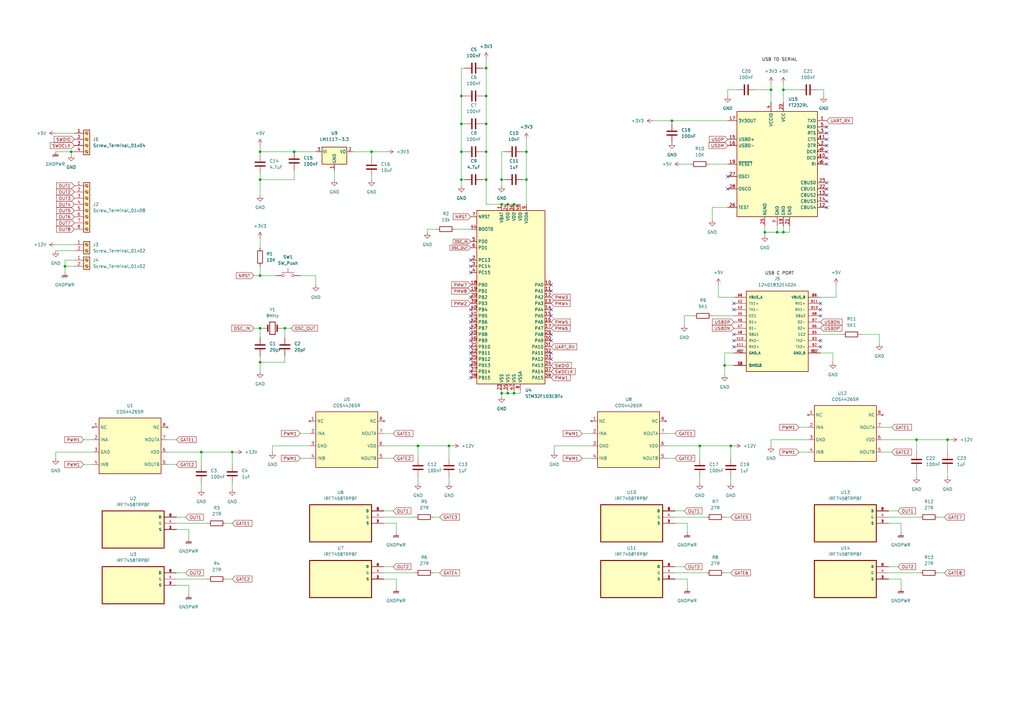
<source format=kicad_sch>
(kicad_sch (version 20211123) (generator eeschema)
  (paper "A3")
  (junction (at 106.68 148.59))
  (junction (at 215.9 73.66))
  (junction (at 189.23 50.8))
  (junction (at 106.68 113.03))
  (junction (at 106.68 73.66))
  (junction (at 106.68 134.62))
  (junction (at 321.31 36.83))
  (junction (at 189.23 62.23))
  (junction (at 106.68 62.23))
  (junction (at 189.23 39.37))
  (junction (at 82.55 185.42))
  (junction (at 316.23 36.83))
  (junction (at 171.45 182.88))
  (junction (at 208.28 161.29))
  (junction (at 275.59 49.53))
  (junction (at 189.23 73.66))
  (junction (at 210.82 83.82))
  (junction (at 299.72 182.88))
  (junction (at 388.62 180.34))
  (junction (at 152.4 62.23))
  (junction (at 199.39 39.37))
  (junction (at 199.39 73.66))
  (junction (at 199.39 50.8))
  (junction (at 313.69 95.25))
  (junction (at 26.67 109.22))
  (junction (at 120.65 62.23))
  (junction (at 95.25 185.42))
  (junction (at 215.9 62.23))
  (junction (at 205.74 73.66))
  (junction (at 297.18 149.86))
  (junction (at 184.15 182.88))
  (junction (at 199.39 27.94))
  (junction (at 318.77 95.25))
  (junction (at 210.82 161.29))
  (junction (at 29.21 62.23))
  (junction (at 199.39 62.23))
  (junction (at 116.84 134.62))
  (junction (at 208.28 83.82))
  (junction (at 205.74 161.29))
  (junction (at 205.74 83.82))
  (junction (at 375.92 180.34))
  (junction (at 321.31 95.25))
  (junction (at 287.02 182.88))
  (no_connect (at 193.04 129.54))
  (no_connect (at 339.09 62.23))
  (no_connect (at 193.04 139.7))
  (no_connect (at 336.55 124.46))
  (no_connect (at 193.04 154.94))
  (no_connect (at 193.04 152.4))
  (no_connect (at 339.09 64.77))
  (no_connect (at 339.09 67.31))
  (no_connect (at 226.06 139.7))
  (no_connect (at 339.09 52.07))
  (no_connect (at 226.06 137.16))
  (no_connect (at 226.06 116.84))
  (no_connect (at 193.04 134.62))
  (no_connect (at 300.99 124.46))
  (no_connect (at 298.45 77.47))
  (no_connect (at 300.99 127))
  (no_connect (at 339.09 80.01))
  (no_connect (at 336.55 127))
  (no_connect (at 226.06 147.32))
  (no_connect (at 339.09 54.61))
  (no_connect (at 193.04 111.76))
  (no_connect (at 193.04 137.16))
  (no_connect (at 300.99 139.7))
  (no_connect (at 298.45 72.39))
  (no_connect (at 226.06 119.38))
  (no_connect (at 339.09 59.69))
  (no_connect (at 193.04 127))
  (no_connect (at 336.55 142.24))
  (no_connect (at 193.04 132.08))
  (no_connect (at 193.04 109.22))
  (no_connect (at 193.04 106.68))
  (no_connect (at 339.09 57.15))
  (no_connect (at 339.09 74.93))
  (no_connect (at 339.09 85.09))
  (no_connect (at 193.04 142.24))
  (no_connect (at 339.09 82.55))
  (no_connect (at 193.04 149.86))
  (no_connect (at 300.99 142.24))
  (no_connect (at 193.04 147.32))
  (no_connect (at 193.04 144.78))
  (no_connect (at 226.06 127))
  (no_connect (at 336.55 129.54))
  (no_connect (at 339.09 77.47))
  (no_connect (at 336.55 139.7))
  (no_connect (at 226.06 129.54))
  (no_connect (at 300.99 137.16))
  (no_connect (at 193.04 121.92))
  (no_connect (at 226.06 144.78))
  (wire (pts (xy 297.18 149.86) (xy 297.18 153.67)))
  (wire (pts (xy 242.57 182.88) (xy 227.33 182.88)))
  (wire (pts (xy 205.74 73.66) (xy 207.01 73.66)))
  (wire (pts (xy 157.48 177.8) (xy 161.29 177.8)))
  (wire (pts (xy 106.68 71.12) (xy 106.68 73.66)))
  (wire (pts (xy 26.67 109.22) (xy 26.67 111.76)))
  (wire (pts (xy 106.68 62.23) (xy 106.68 63.5)))
  (wire (pts (xy 157.48 214.63) (xy 162.56 214.63)))
  (wire (pts (xy 313.69 92.71) (xy 313.69 95.25)))
  (wire (pts (xy 318.77 95.25) (xy 321.31 95.25)))
  (wire (pts (xy 157.48 237.49) (xy 162.56 237.49)))
  (wire (pts (xy 157.48 187.96) (xy 161.29 187.96)))
  (wire (pts (xy 316.23 34.29) (xy 316.23 36.83)))
  (wire (pts (xy 30.48 109.22) (xy 26.67 109.22)))
  (wire (pts (xy 106.68 113.03) (xy 113.03 113.03)))
  (wire (pts (xy 68.58 190.5) (xy 72.39 190.5)))
  (wire (pts (xy 189.23 27.94) (xy 189.23 39.37)))
  (wire (pts (xy 205.74 62.23) (xy 207.01 62.23)))
  (wire (pts (xy 388.62 180.34) (xy 389.89 180.34)))
  (wire (pts (xy 189.23 39.37) (xy 189.23 50.8)))
  (wire (pts (xy 321.31 36.83) (xy 327.66 36.83)))
  (wire (pts (xy 82.55 185.42) (xy 82.55 190.5)))
  (wire (pts (xy 215.9 57.15) (xy 215.9 62.23)))
  (wire (pts (xy 287.02 182.88) (xy 287.02 187.96)))
  (wire (pts (xy 189.23 62.23) (xy 190.5 62.23)))
  (wire (pts (xy 215.9 73.66) (xy 215.9 83.82)))
  (wire (pts (xy 298.45 85.09) (xy 292.1 85.09)))
  (wire (pts (xy 292.1 85.09) (xy 292.1 90.17)))
  (wire (pts (xy 175.26 93.98) (xy 175.26 95.25)))
  (wire (pts (xy 276.86 212.09) (xy 289.56 212.09)))
  (wire (pts (xy 171.45 195.58) (xy 171.45 198.12)))
  (wire (pts (xy 106.68 134.62) (xy 106.68 138.43)))
  (wire (pts (xy 198.12 62.23) (xy 199.39 62.23)))
  (wire (pts (xy 361.95 180.34) (xy 375.92 180.34)))
  (wire (pts (xy 111.76 182.88) (xy 127 182.88)))
  (wire (pts (xy 364.49 234.95) (xy 377.19 234.95)))
  (wire (pts (xy 375.92 180.34) (xy 388.62 180.34)))
  (wire (pts (xy 321.31 92.71) (xy 321.31 95.25)))
  (wire (pts (xy 215.9 62.23) (xy 215.9 73.66)))
  (wire (pts (xy 327.66 185.42) (xy 331.47 185.42)))
  (wire (pts (xy 184.15 182.88) (xy 184.15 187.96)))
  (wire (pts (xy 364.49 237.49) (xy 369.57 237.49)))
  (wire (pts (xy 157.48 232.41) (xy 161.29 232.41)))
  (wire (pts (xy 360.68 137.16) (xy 360.68 140.97)))
  (wire (pts (xy 198.12 27.94) (xy 199.39 27.94)))
  (wire (pts (xy 34.29 190.5) (xy 38.1 190.5)))
  (wire (pts (xy 364.49 214.63) (xy 369.57 214.63)))
  (wire (pts (xy 331.47 180.34) (xy 316.23 180.34)))
  (wire (pts (xy 369.57 214.63) (xy 369.57 218.44)))
  (wire (pts (xy 104.14 134.62) (xy 106.68 134.62)))
  (wire (pts (xy 205.74 161.29) (xy 205.74 162.56)))
  (wire (pts (xy 162.56 237.49) (xy 162.56 241.3)))
  (wire (pts (xy 184.15 198.12) (xy 184.15 195.58)))
  (wire (pts (xy 106.68 73.66) (xy 120.65 73.66)))
  (wire (pts (xy 205.74 161.29) (xy 208.28 161.29)))
  (wire (pts (xy 116.84 148.59) (xy 116.84 146.05)))
  (wire (pts (xy 321.31 36.83) (xy 321.31 41.91)))
  (wire (pts (xy 300.99 121.92) (xy 294.64 121.92)))
  (wire (pts (xy 123.19 113.03) (xy 129.54 113.03)))
  (wire (pts (xy 106.68 146.05) (xy 106.68 148.59)))
  (wire (pts (xy 199.39 83.82) (xy 205.74 83.82)))
  (wire (pts (xy 171.45 182.88) (xy 171.45 187.96)))
  (wire (pts (xy 276.86 214.63) (xy 281.94 214.63)))
  (wire (pts (xy 152.4 62.23) (xy 158.75 62.23)))
  (wire (pts (xy 276.86 209.55) (xy 280.67 209.55)))
  (wire (pts (xy 297.18 234.95) (xy 299.72 234.95)))
  (wire (pts (xy 335.28 36.83) (xy 337.82 36.83)))
  (wire (pts (xy 227.33 182.88) (xy 227.33 185.42)))
  (wire (pts (xy 290.83 67.31) (xy 298.45 67.31)))
  (wire (pts (xy 68.58 185.42) (xy 82.55 185.42)))
  (wire (pts (xy 152.4 62.23) (xy 152.4 64.77)))
  (wire (pts (xy 238.76 177.8) (xy 242.57 177.8)))
  (wire (pts (xy 337.82 36.83) (xy 337.82 39.37)))
  (wire (pts (xy 198.12 39.37) (xy 199.39 39.37)))
  (wire (pts (xy 388.62 180.34) (xy 388.62 185.42)))
  (wire (pts (xy 276.86 237.49) (xy 281.94 237.49)))
  (wire (pts (xy 72.39 214.63) (xy 85.09 214.63)))
  (wire (pts (xy 327.66 175.26) (xy 331.47 175.26)))
  (wire (pts (xy 82.55 198.12) (xy 82.55 200.66)))
  (wire (pts (xy 364.49 232.41) (xy 368.3 232.41)))
  (wire (pts (xy 375.92 180.34) (xy 375.92 185.42)))
  (wire (pts (xy 353.06 137.16) (xy 360.68 137.16)))
  (wire (pts (xy 123.19 177.8) (xy 127 177.8)))
  (wire (pts (xy 369.57 237.49) (xy 369.57 241.3)))
  (wire (pts (xy 162.56 214.63) (xy 162.56 218.44)))
  (wire (pts (xy 72.39 212.09) (xy 76.2 212.09)))
  (wire (pts (xy 120.65 69.85) (xy 120.65 73.66)))
  (wire (pts (xy 189.23 50.8) (xy 189.23 62.23)))
  (wire (pts (xy 199.39 50.8) (xy 199.39 62.23)))
  (wire (pts (xy 208.28 160.02) (xy 208.28 161.29)))
  (wire (pts (xy 157.48 182.88) (xy 171.45 182.88)))
  (wire (pts (xy 214.63 62.23) (xy 215.9 62.23)))
  (wire (pts (xy 177.8 212.09) (xy 180.34 212.09)))
  (wire (pts (xy 199.39 27.94) (xy 199.39 39.37)))
  (wire (pts (xy 120.65 62.23) (xy 129.54 62.23)))
  (wire (pts (xy 157.48 234.95) (xy 170.18 234.95)))
  (wire (pts (xy 321.31 34.29) (xy 321.31 36.83)))
  (wire (pts (xy 361.95 185.42) (xy 365.76 185.42)))
  (wire (pts (xy 210.82 83.82) (xy 213.36 83.82)))
  (wire (pts (xy 26.67 106.68) (xy 30.48 106.68)))
  (wire (pts (xy 214.63 73.66) (xy 215.9 73.66)))
  (wire (pts (xy 199.39 39.37) (xy 199.39 50.8)))
  (wire (pts (xy 384.81 234.95) (xy 387.35 234.95)))
  (wire (pts (xy 26.67 106.68) (xy 26.67 109.22)))
  (wire (pts (xy 106.68 97.79) (xy 106.68 101.6)))
  (wire (pts (xy 213.36 161.29) (xy 213.36 160.02)))
  (wire (pts (xy 302.26 36.83) (xy 298.45 36.83)))
  (wire (pts (xy 316.23 180.34) (xy 316.23 182.88)))
  (wire (pts (xy 281.94 237.49) (xy 281.94 241.3)))
  (wire (pts (xy 22.86 185.42) (xy 22.86 187.96)))
  (wire (pts (xy 364.49 209.55) (xy 368.3 209.55)))
  (wire (pts (xy 388.62 195.58) (xy 388.62 193.04)))
  (wire (pts (xy 189.23 62.23) (xy 189.23 73.66)))
  (wire (pts (xy 95.25 200.66) (xy 95.25 198.12)))
  (wire (pts (xy 210.82 161.29) (xy 213.36 161.29)))
  (wire (pts (xy 297.18 212.09) (xy 299.72 212.09)))
  (wire (pts (xy 129.54 113.03) (xy 129.54 116.84)))
  (wire (pts (xy 68.58 180.34) (xy 72.39 180.34)))
  (wire (pts (xy 171.45 182.88) (xy 184.15 182.88)))
  (wire (pts (xy 341.63 144.78) (xy 341.63 148.59)))
  (wire (pts (xy 82.55 185.42) (xy 95.25 185.42)))
  (wire (pts (xy 313.69 95.25) (xy 318.77 95.25)))
  (wire (pts (xy 106.68 109.22) (xy 106.68 113.03)))
  (wire (pts (xy 157.48 212.09) (xy 170.18 212.09)))
  (wire (pts (xy 342.9 116.84) (xy 342.9 121.92)))
  (wire (pts (xy 298.45 36.83) (xy 298.45 39.37)))
  (wire (pts (xy 106.68 134.62) (xy 107.95 134.62)))
  (wire (pts (xy 116.84 134.62) (xy 116.84 138.43)))
  (wire (pts (xy 189.23 50.8) (xy 190.5 50.8)))
  (wire (pts (xy 95.25 185.42) (xy 95.25 190.5)))
  (wire (pts (xy 92.71 214.63) (xy 95.25 214.63)))
  (wire (pts (xy 189.23 27.94) (xy 190.5 27.94)))
  (wire (pts (xy 275.59 49.53) (xy 275.59 50.8)))
  (wire (pts (xy 297.18 149.86) (xy 300.99 149.86)))
  (wire (pts (xy 72.39 237.49) (xy 85.09 237.49)))
  (wire (pts (xy 205.74 62.23) (xy 205.74 73.66)))
  (wire (pts (xy 267.97 49.53) (xy 275.59 49.53)))
  (wire (pts (xy 300.99 144.78) (xy 297.18 144.78)))
  (wire (pts (xy 238.76 187.96) (xy 242.57 187.96)))
  (wire (pts (xy 309.88 36.83) (xy 316.23 36.83)))
  (wire (pts (xy 186.69 93.98) (xy 193.04 93.98)))
  (wire (pts (xy 77.47 217.17) (xy 77.47 220.98)))
  (wire (pts (xy 384.81 212.09) (xy 387.35 212.09)))
  (wire (pts (xy 273.05 182.88) (xy 287.02 182.88)))
  (wire (pts (xy 104.14 113.03) (xy 106.68 113.03)))
  (wire (pts (xy 72.39 234.95) (xy 76.2 234.95)))
  (wire (pts (xy 179.07 93.98) (xy 175.26 93.98)))
  (wire (pts (xy 106.68 73.66) (xy 106.68 80.01)))
  (wire (pts (xy 199.39 73.66) (xy 199.39 83.82)))
  (wire (pts (xy 144.78 62.23) (xy 152.4 62.23)))
  (wire (pts (xy 29.21 62.23) (xy 30.48 62.23)))
  (wire (pts (xy 95.25 185.42) (xy 96.52 185.42)))
  (wire (pts (xy 375.92 193.04) (xy 375.92 195.58)))
  (wire (pts (xy 115.57 134.62) (xy 116.84 134.62)))
  (wire (pts (xy 276.86 232.41) (xy 280.67 232.41)))
  (wire (pts (xy 157.48 209.55) (xy 161.29 209.55)))
  (wire (pts (xy 184.15 182.88) (xy 185.42 182.88)))
  (wire (pts (xy 72.39 240.03) (xy 77.47 240.03)))
  (wire (pts (xy 336.55 121.92) (xy 342.9 121.92)))
  (wire (pts (xy 273.05 177.8) (xy 276.86 177.8)))
  (wire (pts (xy 287.02 182.88) (xy 299.72 182.88)))
  (wire (pts (xy 189.23 73.66) (xy 190.5 73.66)))
  (wire (pts (xy 208.28 83.82) (xy 210.82 83.82)))
  (wire (pts (xy 199.39 24.13) (xy 199.39 27.94)))
  (wire (pts (xy 273.05 187.96) (xy 276.86 187.96)))
  (wire (pts (xy 318.77 92.71) (xy 318.77 95.25)))
  (wire (pts (xy 323.85 92.71) (xy 323.85 95.25)))
  (wire (pts (xy 106.68 62.23) (xy 120.65 62.23)))
  (wire (pts (xy 205.74 83.82) (xy 208.28 83.82)))
  (wire (pts (xy 361.95 175.26) (xy 365.76 175.26)))
  (wire (pts (xy 205.74 160.02) (xy 205.74 161.29)))
  (wire (pts (xy 292.1 129.54) (xy 300.99 129.54)))
  (wire (pts (xy 280.67 129.54) (xy 284.48 129.54)))
  (wire (pts (xy 275.59 49.53) (xy 298.45 49.53)))
  (wire (pts (xy 294.64 116.84) (xy 294.64 121.92)))
  (wire (pts (xy 116.84 134.62) (xy 119.38 134.62)))
  (wire (pts (xy 287.02 195.58) (xy 287.02 198.12)))
  (wire (pts (xy 22.86 102.87) (xy 30.48 102.87)))
  (wire (pts (xy 152.4 72.39) (xy 152.4 73.66)))
  (wire (pts (xy 106.68 59.69) (xy 106.68 62.23)))
  (wire (pts (xy 111.76 182.88) (xy 111.76 185.42)))
  (wire (pts (xy 38.1 185.42) (xy 22.86 185.42)))
  (wire (pts (xy 92.71 237.49) (xy 95.25 237.49)))
  (wire (pts (xy 137.16 69.85) (xy 137.16 73.66)))
  (wire (pts (xy 189.23 73.66) (xy 189.23 76.2)))
  (wire (pts (xy 22.86 62.23) (xy 29.21 62.23)))
  (wire (pts (xy 299.72 182.88) (xy 299.72 187.96)))
  (wire (pts (xy 189.23 39.37) (xy 190.5 39.37)))
  (wire (pts (xy 316.23 36.83) (xy 316.23 41.91)))
  (wire (pts (xy 22.86 54.61) (xy 30.48 54.61)))
  (wire (pts (xy 281.94 214.63) (xy 281.94 218.44)))
  (wire (pts (xy 205.74 73.66) (xy 205.74 76.2)))
  (wire (pts (xy 106.68 148.59) (xy 116.84 148.59)))
  (wire (pts (xy 123.19 187.96) (xy 127 187.96)))
  (wire (pts (xy 22.86 100.33) (xy 30.48 100.33)))
  (wire (pts (xy 364.49 212.09) (xy 377.19 212.09)))
  (wire (pts (xy 198.12 73.66) (xy 199.39 73.66)))
  (wire (pts (xy 299.72 198.12) (xy 299.72 195.58)))
  (wire (pts (xy 297.18 144.78) (xy 297.18 149.86)))
  (wire (pts (xy 72.39 217.17) (xy 77.47 217.17)))
  (wire (pts (xy 198.12 50.8) (xy 199.39 50.8)))
  (wire (pts (xy 299.72 182.88) (xy 300.99 182.88)))
  (wire (pts (xy 77.47 240.03) (xy 77.47 243.84)))
  (wire (pts (xy 34.29 180.34) (xy 38.1 180.34)))
  (wire (pts (xy 106.68 148.59) (xy 106.68 152.4)))
  (wire (pts (xy 208.28 161.29) (xy 210.82 161.29)))
  (wire (pts (xy 177.8 234.95) (xy 180.34 234.95)))
  (wire (pts (xy 276.86 234.95) (xy 289.56 234.95)))
  (wire (pts (xy 29.21 62.23) (xy 29.21 63.5)))
  (wire (pts (xy 279.4 67.31) (xy 283.21 67.31)))
  (wire (pts (xy 336.55 144.78) (xy 341.63 144.78)))
  (wire (pts (xy 313.69 95.25) (xy 313.69 96.52)))
  (wire (pts (xy 336.55 137.16) (xy 345.44 137.16)))
  (wire (pts (xy 280.67 129.54) (xy 280.67 133.35)))
  (wire (pts (xy 321.31 95.25) (xy 323.85 95.25)))
  (wire (pts (xy 199.39 62.23) (xy 199.39 73.66)))
  (wire (pts (xy 210.82 160.02) (xy 210.82 161.29)))
  (label "USB C PORT" (at 313.69 113.03 0))
  (label "USB TO SERIAL " (at 312.42 25.4 0))
  (global_label "PWM1" (shape input) (at 123.19 187.96 180) (property "Intersheet References" "${INTERSHEET_REFS}" (effects hide)))
  (global_label "GATE4" (shape input) (at 180.34 234.95 0) (property "Intersheet References" "${INTERSHEET_REFS}" (effects hide)))
  (global_label "GATE1" (shape input) (at 161.29 177.8 0) (property "Intersheet References" "${INTERSHEET_REFS}" (effects hide)))
  (global_label "OUT2" (shape input) (at 280.67 232.41 0) (property "Intersheet References" "${INTERSHEET_REFS}" (effects hide)))
  (global_label "PWM1" (shape input) (at 123.19 177.8 180) (property "Intersheet References" "${INTERSHEET_REFS}" (effects hide)))
  (global_label "PMW2" (shape input) (at 193.04 124.46 180) (property "Intersheet References" "${INTERSHEET_REFS}" (effects hide)))
  (global_label "OUT2" (shape input) (at 161.29 232.41 0) (property "Intersheet References" "${INTERSHEET_REFS}" (effects hide)))
  (global_label "OUT1" (shape input) (at 280.67 209.55 0) (property "Intersheet References" "${INTERSHEET_REFS}" (effects hide)))
  (global_label "PMW7" (shape input) (at 193.04 116.84 180) (property "Intersheet References" "${INTERSHEET_REFS}" (effects hide)))
  (global_label "USBDN" (shape input) (at 336.55 132.08 0) (property "Intersheet References" "${INTERSHEET_REFS}" (effects hide)))
  (global_label "GATE1" (shape input) (at 72.39 180.34 0) (property "Intersheet References" "${INTERSHEET_REFS}" (effects hide)))
  (global_label "GATE2" (shape input) (at 365.76 185.42 0) (property "Intersheet References" "${INTERSHEET_REFS}" (effects hide)))
  (global_label "PWM1" (shape input) (at 327.66 185.42 180) (property "Intersheet References" "${INTERSHEET_REFS}" (effects hide)))
  (global_label "GATE1" (shape input) (at 276.86 177.8 0) (property "Intersheet References" "${INTERSHEET_REFS}" (effects hide)))
  (global_label "PMW4" (shape input) (at 226.06 124.46 0) (property "Intersheet References" "${INTERSHEET_REFS}" (effects hide)))
  (global_label "GATE5" (shape input) (at 299.72 212.09 0) (property "Intersheet References" "${INTERSHEET_REFS}" (effects hide)))
  (global_label "USDP" (shape input) (at 298.45 57.15 180) (property "Intersheet References" "${INTERSHEET_REFS}" (effects hide)))
  (global_label "GATE2" (shape input) (at 72.39 190.5 0) (property "Intersheet References" "${INTERSHEET_REFS}" (effects hide)))
  (global_label "PWM1" (shape input) (at 238.76 177.8 180) (property "Intersheet References" "${INTERSHEET_REFS}" (effects hide)))
  (global_label "GATE8" (shape input) (at 387.35 234.95 0) (property "Intersheet References" "${INTERSHEET_REFS}" (effects hide)))
  (global_label "SWDCLK" (shape input) (at 226.06 152.4 0) (property "Intersheet References" "${INTERSHEET_REFS}" (effects hide)))
  (global_label "OSC_OUT" (shape input) (at 193.04 101.6 180) (effects (font (size 1 1))) (property "Intersheet References" "${INTERSHEET_REFS}" (effects hide)))
  (global_label "PMW5" (shape input) (at 226.06 132.08 0) (property "Intersheet References" "${INTERSHEET_REFS}" (effects hide)))
  (global_label "SWDCLK" (shape input) (at 30.48 59.69 180) (property "Intersheet References" "${INTERSHEET_REFS}" (effects hide)))
  (global_label "PMW1" (shape input) (at 226.06 154.94 0) (property "Intersheet References" "${INTERSHEET_REFS}" (effects hide)))
  (global_label "NRST" (shape input) (at 193.04 88.9 180) (property "Intersheet References" "${INTERSHEET_REFS}" (effects hide)))
  (global_label "USBDP" (shape input) (at 336.55 134.62 0) (property "Intersheet References" "${INTERSHEET_REFS}" (effects hide)))
  (global_label "PWM1" (shape input) (at 34.29 190.5 180) (property "Intersheet References" "${INTERSHEET_REFS}" (effects hide)))
  (global_label "GATE2" (shape input) (at 276.86 187.96 0) (property "Intersheet References" "${INTERSHEET_REFS}" (effects hide)))
  (global_label "PWM1" (shape input) (at 327.66 175.26 180) (property "Intersheet References" "${INTERSHEET_REFS}" (effects hide)))
  (global_label "OSC_IN" (shape input) (at 193.04 99.06 180) (effects (font (size 1 1))) (property "Intersheet References" "${INTERSHEET_REFS}" (effects hide)))
  (global_label "OUT2" (shape input) (at 30.48 78.74 180) (property "Intersheet References" "${INTERSHEET_REFS}" (effects hide)))
  (global_label "USBDN" (shape input) (at 300.99 134.62 180) (property "Intersheet References" "${INTERSHEET_REFS}" (effects hide)))
  (global_label "UART_RX" (shape input) (at 339.09 49.53 0) (property "Intersheet References" "${INTERSHEET_REFS}" (effects hide)))
  (global_label "GATE7" (shape input) (at 387.35 212.09 0) (property "Intersheet References" "${INTERSHEET_REFS}" (effects hide)))
  (global_label "OUT1" (shape input) (at 368.3 209.55 0) (property "Intersheet References" "${INTERSHEET_REFS}" (effects hide)))
  (global_label "GATE3" (shape input) (at 180.34 212.09 0) (property "Intersheet References" "${INTERSHEET_REFS}" (effects hide)))
  (global_label "OSC_IN" (shape input) (at 104.14 134.62 180) (property "Intersheet References" "${INTERSHEET_REFS}" (effects hide)))
  (global_label "NRST" (shape input) (at 104.14 113.03 180) (property "Intersheet References" "${INTERSHEET_REFS}" (effects hide)))
  (global_label "GATE2" (shape input) (at 95.25 237.49 0) (property "Intersheet References" "${INTERSHEET_REFS}" (effects hide)))
  (global_label "OUT5" (shape input) (at 30.48 86.36 180) (property "Intersheet References" "${INTERSHEET_REFS}" (effects hide)))
  (global_label "GATE2" (shape input) (at 161.29 187.96 0) (property "Intersheet References" "${INTERSHEET_REFS}" (effects hide)))
  (global_label "OUT1" (shape input) (at 161.29 209.55 0) (property "Intersheet References" "${INTERSHEET_REFS}" (effects hide)))
  (global_label "OSC_OUT" (shape input) (at 119.38 134.62 0) (property "Intersheet References" "${INTERSHEET_REFS}" (effects hide)))
  (global_label "OUT2" (shape input) (at 76.2 234.95 0) (property "Intersheet References" "${INTERSHEET_REFS}" (effects hide)))
  (global_label "PMW3" (shape input) (at 226.06 121.92 0) (property "Intersheet References" "${INTERSHEET_REFS}" (effects hide)))
  (global_label "OUT8" (shape input) (at 30.48 93.98 180) (property "Intersheet References" "${INTERSHEET_REFS}" (effects hide)))
  (global_label "PWM1" (shape input) (at 34.29 180.34 180) (property "Intersheet References" "${INTERSHEET_REFS}" (effects hide)))
  (global_label "PMW8" (shape input) (at 193.04 119.38 180) (property "Intersheet References" "${INTERSHEET_REFS}" (effects hide)))
  (global_label "OUT7" (shape input) (at 30.48 91.44 180) (property "Intersheet References" "${INTERSHEET_REFS}" (effects hide)))
  (global_label "GATE1" (shape input) (at 95.25 214.63 0) (property "Intersheet References" "${INTERSHEET_REFS}" (effects hide)))
  (global_label "SWDIO" (shape input) (at 226.06 149.86 0) (property "Intersheet References" "${INTERSHEET_REFS}" (effects hide)))
  (global_label "OUT1" (shape input) (at 30.48 76.2 180) (property "Intersheet References" "${INTERSHEET_REFS}" (effects hide)))
  (global_label "USDM" (shape input) (at 298.45 59.69 180) (property "Intersheet References" "${INTERSHEET_REFS}" (effects hide)))
  (global_label "OUT3" (shape input) (at 30.48 81.28 180) (property "Intersheet References" "${INTERSHEET_REFS}" (effects hide)))
  (global_label "OUT6" (shape input) (at 30.48 88.9 180) (property "Intersheet References" "${INTERSHEET_REFS}" (effects hide)))
  (global_label "SWDIO" (shape input) (at 30.48 57.15 180) (property "Intersheet References" "${INTERSHEET_REFS}" (effects hide)))
  (global_label "PMW6" (shape input) (at 226.06 134.62 0) (property "Intersheet References" "${INTERSHEET_REFS}" (effects hide)))
  (global_label "USBDP" (shape input) (at 300.99 132.08 180) (property "Intersheet References" "${INTERSHEET_REFS}" (effects hide)))
  (global_label "GATE6" (shape input) (at 299.72 234.95 0) (property "Intersheet References" "${INTERSHEET_REFS}" (effects hide)))
  (global_label "OUT1" (shape input) (at 76.2 212.09 0) (property "Intersheet References" "${INTERSHEET_REFS}" (effects hide)))
  (global_label "PWM1" (shape input) (at 238.76 187.96 180) (property "Intersheet References" "${INTERSHEET_REFS}" (effects hide)))
  (global_label "UART_RX" (shape input) (at 226.06 142.24 0) (property "Intersheet References" "${INTERSHEET_REFS}" (effects hide)))
  (global_label "OUT4" (shape input) (at 30.48 83.82 180) (property "Intersheet References" "${INTERSHEET_REFS}" (effects hide)))
  (global_label "GATE1" (shape input) (at 365.76 175.26 0) (property "Intersheet References" "${INTERSHEET_REFS}" (effects hide)))
  (global_label "OUT2" (shape input) (at 368.3 232.41 0) (property "Intersheet References" "${INTERSHEET_REFS}" (effects hide)))
  (symbol (lib_id "Connector:Screw_Terminal_01x02") (at 35.56 100.33 0) (unit 1)
    (property "Reference" "J3" (at 38.1 100.3299 0) (effects (justify left)))
    (property "Value" "Screw_Terminal_01x02" (at 38.1 102.8699 0) (effects (justify left)))
  )
  (symbol (lib_id "power:GNDPWR") (at 26.67 111.76 0) (unit 1)
    (property "Reference" "#PWR021" (effects hide))
    (property "Value" "GNDPWR" (at 26.543 116.84 0))
  )
  (symbol (lib_id "Device:Crystal") (at 111.76 134.62 0) (unit 1)
    (property "Reference" "Y1" (at 111.76 127 0))
    (property "Value" "8MHz" (at 111.76 129.54 0))
  )
  (symbol (lib_id "power:GND") (at 22.86 187.96 0) (unit 1)
    (property "Reference" "#PWR01" (effects hide))
    (property "Value" "GND" (at 22.86 193.04 0))
  )
  (symbol (lib_id "power:+3V3") (at 267.97 49.53 90) (unit 1)
    (property "Reference" "#PWR037" (effects hide))
    (property "Value" "+3V3" (at 264.16 49.5299 90) (effects (justify left)))
  )
  (symbol (lib_id "power:GNDPWR") (at 77.47 220.98 0) (unit 1)
    (property "Reference" "#PWR05" (effects hide))
    (property "Value" "GNDPWR" (at 77.343 226.06 0))
  )
  (symbol (lib_id "Device:R") (at 182.88 93.98 90) (unit 1)
    (property "Reference" "R2" (at 182.88 87.63 90))
    (property "Value" "10k" (at 182.88 90.17 90))
  )
  (symbol (lib_id "power:GND") (at 388.62 195.58 0) (unit 1)
    (property "Reference" "#PWR057" (effects hide))
    (property "Value" "GND" (at 388.62 200.66 0))
  )
  (symbol (lib_id "power:GND") (at 316.23 182.88 0) (unit 1)
    (property "Reference" "#PWR043" (effects hide))
    (property "Value" "GND" (at 316.23 187.96 0))
  )
  (symbol (lib_id "Device:R") (at 349.25 137.16 90) (unit 1)
    (property "Reference" "R11" (at 349.25 130.81 90))
    (property "Value" "5K1" (at 349.25 133.35 90))
  )
  (symbol (lib_id "power:GND") (at 341.63 148.59 0) (unit 1)
    (property "Reference" "#PWR054" (effects hide))
    (property "Value" "GND" (at 341.63 153.67 0))
  )
  (symbol (lib_id "Device:C") (at 275.59 54.61 0) (unit 1)
    (property "Reference" "C18" (at 279.4 53.3399 0) (effects (justify left)))
    (property "Value" "100nF" (at 279.4 55.8799 0) (effects (justify left)))
  )
  (symbol (lib_id "COS4426SR:COS4426SR") (at 52.07 170.18 0) (unit 1)
    (property "Reference" "U1" (at 53.34 166.37 0))
    (property "Value" "COS4426SR" (at 53.34 168.91 0))
  )
  (symbol (lib_id "IRF7458TRPBF:IRF7458TRPBF") (at 139.7 237.49 0) (unit 1)
    (property "Reference" "U7" (at 139.7 224.79 0))
    (property "Value" "IRF7458TRPBF" (at 139.7 227.33 0))
    (property "Footprint" "SOIC127P490X600X175-8N" (effects hide))
    (property "Manufacturer" "Infineon" (effects hide))
    (property "Package" "SOIC127P490X600X175-8N" (effects hide))
  )
  (symbol (lib_id "Device:R") (at 293.37 212.09 90) (unit 1)
    (property "Reference" "R7" (at 293.37 205.74 90))
    (property "Value" "27R" (at 293.37 208.28 90))
  )
  (symbol (lib_id "power:GND") (at 106.68 152.4 0) (unit 1)
    (property "Reference" "#PWR02" (effects hide))
    (property "Value" "GND" (at 106.68 157.48 0))
  )
  (symbol (lib_id "Device:C") (at 210.82 73.66 90) (unit 1)
    (property "Reference" "C11" (at 210.82 66.04 90))
    (property "Value" "1uF" (at 210.82 68.58 90))
  )
  (symbol (lib_id "Device:C") (at 375.92 189.23 0) (unit 1)
    (property "Reference" "C22" (at 379.73 187.9599 0) (effects (justify left)))
    (property "Value" "100nF" (at 379.73 190.4999 0) (effects (justify left)))
  )
  (symbol (lib_id "Device:C") (at 299.72 191.77 0) (unit 1)
    (property "Reference" "C19" (at 303.53 190.4999 0) (effects (justify left)))
    (property "Value" "1uF" (at 303.53 193.0399 0) (effects (justify left)))
  )
  (symbol (lib_id "power:GND") (at 152.4 73.66 0) (unit 1)
    (property "Reference" "#PWR032" (effects hide))
    (property "Value" "GND" (at 152.4 78.74 0))
  )
  (symbol (lib_id "Device:R") (at 288.29 129.54 270) (mirror x) (unit 1)
    (property "Reference" "R9" (at 288.29 123.19 90))
    (property "Value" "5K1" (at 288.29 125.73 90))
  )
  (symbol (lib_id "power:+12V") (at 185.42 182.88 270) (unit 1)
    (property "Reference" "#PWR027" (effects hide))
    (property "Value" "+12V" (at 189.23 182.8799 90) (effects (justify left)))
  )
  (symbol (lib_id "IRF7458TRPBF:IRF7458TRPBF") (at 54.61 240.03 0) (unit 1)
    (property "Reference" "U3" (at 54.61 227.33 0))
    (property "Value" "IRF7458TRPBF" (at 54.61 229.87 0))
    (property "Footprint" "SOIC127P490X600X175-8N" (effects hide))
    (property "Manufacturer" "Infineon" (effects hide))
    (property "Package" "SOIC127P490X600X175-8N" (effects hide))
  )
  (symbol (lib_id "Device:C") (at 106.68 142.24 0) (unit 1)
    (property "Reference" "C1" (at 110.49 140.9699 0) (effects (justify left)))
    (property "Value" "20pF" (at 110.49 143.5099 0) (effects (justify left)))
  )
  (symbol (lib_id "Device:R") (at 381 212.09 90) (unit 1)
    (property "Reference" "R12" (at 381 205.74 90))
    (property "Value" "27R" (at 381 208.28 90))
  )
  (symbol (lib_id "power:GND") (at 171.45 198.12 0) (unit 1)
    (property "Reference" "#PWR025" (effects hide))
    (property "Value" "GND" (at 171.45 203.2 0))
  )
  (symbol (lib_id "power:+3V3") (at 158.75 62.23 270) (unit 1)
    (property "Reference" "#PWR033" (effects hide))
    (property "Value" "+3V3" (at 162.56 62.2299 90) (effects (justify left)))
  )
  (symbol (lib_id "power:+12V") (at 389.89 180.34 270) (unit 1)
    (property "Reference" "#PWR059" (effects hide))
    (property "Value" "+12V" (at 393.7 180.3399 90) (effects (justify left)))
  )
  (symbol (lib_id "power:GND") (at 287.02 198.12 0) (unit 1)
    (property "Reference" "#PWR036" (effects hide))
    (property "Value" "GND" (at 287.02 203.2 0))
  )
  (symbol (lib_id "power:GNDPWR") (at 281.94 241.3 0) (unit 1)
    (property "Reference" "#PWR035" (effects hide))
    (property "Value" "GNDPWR" (at 281.813 246.38 0))
  )
  (symbol (lib_id "power:GND") (at 189.23 76.2 0) (unit 1)
    (property "Reference" "#PWR010" (effects hide))
    (property "Value" "GND" (at 189.23 81.28 0))
  )
  (symbol (lib_id "power:+3V3") (at 215.9 57.15 0) (unit 1)
    (property "Reference" "#PWR016" (effects hide))
    (property "Value" "+3V3" (at 215.9 52.07 0))
  )
  (symbol (lib_id "power:GND") (at 275.59 58.42 0) (unit 1)
    (property "Reference" "#PWR038" (effects hide))
    (property "Value" "GND" (at 275.59 63.5 0))
  )
  (symbol (lib_id "power:GND") (at 313.69 96.52 0) (unit 1)
    (property "Reference" "#PWR048" (effects hide))
    (property "Value" "GND" (at 313.69 101.6 0))
  )
  (symbol (lib_id "power:GND") (at 111.76 185.42 0) (unit 1)
    (property "Reference" "#PWR014" (effects hide))
    (property "Value" "GND" (at 111.76 190.5 0))
  )
  (symbol (lib_id "power:GND") (at 299.72 198.12 0) (unit 1)
    (property "Reference" "#PWR039" (effects hide))
    (property "Value" "GND" (at 299.72 203.2 0))
  )
  (symbol (lib_id "IRF7458TRPBF:IRF7458TRPBF") (at 54.61 217.17 0) (unit 1)
    (property "Reference" "U2" (at 54.61 204.47 0))
    (property "Value" "IRF7458TRPBF" (at 54.61 207.01 0))
    (property "Footprint" "SOIC127P490X600X175-8N" (effects hide))
    (property "Manufacturer" "Infineon" (effects hide))
    (property "Package" "SOIC127P490X600X175-8N" (effects hide))
  )
  (symbol (lib_id "power:GNDPWR") (at 22.86 62.23 0) (unit 1)
    (property "Reference" "#PWR018" (effects hide))
    (property "Value" "GNDPWR" (at 22.733 67.31 0))
  )
  (symbol (lib_id "IRF7458TRPBF:IRF7458TRPBF") (at 139.7 214.63 0) (unit 1)
    (property "Reference" "U6" (at 139.7 201.93 0))
    (property "Value" "IRF7458TRPBF" (at 139.7 204.47 0))
    (property "Footprint" "SOIC127P490X600X175-8N" (effects hide))
    (property "Manufacturer" "Infineon" (effects hide))
    (property "Package" "SOIC127P490X600X175-8N" (effects hide))
  )
  (symbol (lib_id "COS4426SR:COS4426SR") (at 140.97 167.64 0) (unit 1)
    (property "Reference" "U5" (at 142.24 163.83 0))
    (property "Value" "COS4426SR" (at 142.24 166.37 0))
  )
  (symbol (lib_id "Device:R") (at 173.99 234.95 90) (unit 1)
    (property "Reference" "R6" (at 173.99 228.6 90))
    (property "Value" "27R" (at 173.99 231.14 90))
  )
  (symbol (lib_id "power:GND") (at 106.68 80.01 0) (unit 1)
    (property "Reference" "#PWR029" (effects hide))
    (property "Value" "GND" (at 106.68 85.09 0))
  )
  (symbol (lib_id "power:GNDPWR") (at 77.47 243.84 0) (unit 1)
    (property "Reference" "#PWR06" (effects hide))
    (property "Value" "GNDPWR" (at 77.343 248.92 0))
  )
  (symbol (lib_id "Interface_USB:FT232RL") (at 318.77 67.31 0) (unit 1)
    (property "Reference" "U15" (at 323.3294 40.64 0) (effects (justify left)))
    (property "Value" "FT232RL" (at 323.3294 43.18 0) (effects (justify left)))
    (property "Footprint" "Package_SO:SSOP-28_5.3x10.2mm_P0.65mm" (effects hide))
    (property "Datasheet" "https://www.ftdichip.com/Support/Documents/DataSheets/ICs/DS_FT232R.pdf" (effects hide))
  )
  (symbol (lib_id "Device:R") (at 381 234.95 90) (unit 1)
    (property "Reference" "R13" (at 381 228.6 90))
    (property "Value" "27R" (at 381 231.14 90))
  )
  (symbol (lib_id "power:+5V") (at 342.9 116.84 0) (unit 1)
    (property "Reference" "#PWR055" (effects hide))
    (property "Value" "+5V" (at 342.9 111.76 0))
  )
  (symbol (lib_id "MCU_ST_STM32F1:STM32F103CBTx") (at 210.82 121.92 0) (unit 1)
    (property "Reference" "U4" (at 215.3794 160.02 0) (effects (justify left)))
    (property "Value" "STM32F103CBTx" (at 215.3794 162.56 0) (effects (justify left)))
    (property "Footprint" "Package_QFP:LQFP-48_7x7mm_P0.5mm" (effects hide))
    (property "Datasheet" "http://www.st.com/st-web-ui/static/active/en/resource/technical/document/datasheet/CD00161566.pdf" (effects hide))
  )
  (symbol (lib_id "Device:C") (at 82.55 194.31 0) (unit 1)
    (property "Reference" "C3" (at 86.36 193.0399 0) (effects (justify left)))
    (property "Value" "100nF" (at 86.36 195.5799 0) (effects (justify left)))
  )
  (symbol (lib_id "COS4426SR:COS4426SR") (at 345.44 165.1 0) (unit 1)
    (property "Reference" "U12" (at 345.44 161.29 0))
    (property "Value" "COS4426SR" (at 346.71 163.83 0))
  )
  (symbol (lib_id "power:GND") (at 298.45 39.37 0) (unit 1)
    (property "Reference" "#PWR047" (effects hide))
    (property "Value" "GND" (at 298.45 44.45 0))
  )
  (symbol (lib_id "power:GND") (at 280.67 133.35 0) (mirror y) (unit 1)
    (property "Reference" "#PWR041" (effects hide))
    (property "Value" "GND" (at 280.67 138.43 0))
  )
  (symbol (lib_id "12401832E402A:12401832E402A") (at 318.77 134.62 0) (unit 1)
    (property "Reference" "J5" (at 318.77 114.3 0))
    (property "Value" "12401832E402A" (at 318.77 116.84 0))
    (property "Footprint" "AMPHENOL_12401832E402A" (effects hide))
    (property "MAXIMUM_PACKAGE_HIEGHT" "3.28mm" (effects hide))
    (property "STANDARD" "Manufacturer Recommendations" (effects hide))
    (property "PARTREV" "X2" (effects hide))
    (property "MANUFACTURER" "Amphenol" (effects hide))
  )
  (symbol (lib_id "power:+5V") (at 321.31 34.29 0) (unit 1)
    (property "Reference" "#PWR050" (effects hide))
    (property "Value" "+5V" (at 321.31 29.21 0))
  )
  (symbol (lib_id "power:GND") (at 29.21 63.5 0) (unit 1)
    (property "Reference" "#PWR024" (effects hide))
    (property "Value" "GND" (at 29.21 68.58 0))
  )
  (symbol (lib_id "Device:C") (at 194.31 39.37 90) (unit 1)
    (property "Reference" "C6" (at 194.31 31.75 90))
    (property "Value" "100nF" (at 194.31 34.29 90))
  )
  (symbol (lib_id "IRF7458TRPBF:IRF7458TRPBF") (at 259.08 237.49 0) (unit 1)
    (property "Reference" "U11" (at 259.08 224.79 0))
    (property "Value" "IRF7458TRPBF" (at 259.08 227.33 0))
    (property "Footprint" "SOIC127P490X600X175-8N" (effects hide))
    (property "Manufacturer" "Infineon" (effects hide))
    (property "Package" "SOIC127P490X600X175-8N" (effects hide))
  )
  (symbol (lib_id "IRF7458TRPBF:IRF7458TRPBF") (at 259.08 214.63 0) (unit 1)
    (property "Reference" "U10" (at 259.08 201.93 0))
    (property "Value" "IRF7458TRPBF" (at 259.08 204.47 0))
    (property "Footprint" "SOIC127P490X600X175-8N" (effects hide))
    (property "Manufacturer" "Infineon" (effects hide))
    (property "Package" "SOIC127P490X600X175-8N" (effects hide))
  )
  (symbol (lib_id "Device:R") (at 287.02 67.31 90) (unit 1)
    (property "Reference" "R10" (at 287.02 60.96 90))
    (property "Value" "10K" (at 287.02 63.5 90))
  )
  (symbol (lib_id "power:GND") (at 137.16 73.66 0) (unit 1)
    (property "Reference" "#PWR031" (effects hide))
    (property "Value" "GND" (at 137.16 78.74 0))
  )
  (symbol (lib_id "Connector:Screw_Terminal_01x04") (at 35.56 57.15 0) (unit 1)
    (property "Reference" "J1" (at 38.1 57.1499 0) (effects (justify left)))
    (property "Value" "Screw_Terminal_01x04" (at 38.1 59.6899 0) (effects (justify left)))
  )
  (symbol (lib_id "Connector:Screw_Terminal_01x02") (at 35.56 106.68 0) (unit 1)
    (property "Reference" "J4" (at 38.1 106.6799 0) (effects (justify left)))
    (property "Value" "Screw_Terminal_01x02" (at 38.1 109.2199 0) (effects (justify left)))
  )
  (symbol (lib_id "Device:C") (at 194.31 27.94 90) (unit 1)
    (property "Reference" "C5" (at 194.31 20.32 90))
    (property "Value" "100nF" (at 194.31 22.86 90))
  )
  (symbol (lib_id "power:+12V") (at 96.52 185.42 270) (unit 1)
    (property "Reference" "#PWR011" (effects hide))
    (property "Value" "+12V" (at 100.33 185.4199 90) (effects (justify left)))
  )
  (symbol (lib_id "power:GND") (at 292.1 90.17 0) (unit 1)
    (property "Reference" "#PWR0101" (effects hide))
    (property "Value" "GND" (at 292.1 95.25 0))
  )
  (symbol (lib_id "Device:C") (at 331.47 36.83 90) (unit 1)
    (property "Reference" "C21" (at 331.47 29.21 90))
    (property "Value" "100nF" (at 331.47 31.75 90))
  )
  (symbol (lib_id "power:GNDPWR") (at 369.57 218.44 0) (unit 1)
    (property "Reference" "#PWR052" (effects hide))
    (property "Value" "GNDPWR" (at 369.443 223.52 0))
  )
  (symbol (lib_id "power:GND") (at 95.25 200.66 0) (unit 1)
    (property "Reference" "#PWR09" (effects hide))
    (property "Value" "GND" (at 95.25 205.74 0))
  )
  (symbol (lib_id "power:GND") (at 297.18 153.67 0) (unit 1)
    (property "Reference" "#PWR046" (effects hide))
    (property "Value" "GND" (at 297.18 158.75 0))
  )
  (symbol (lib_id "Device:C") (at 106.68 67.31 0) (unit 1)
    (property "Reference" "C14" (at 110.49 66.0399 0) (effects (justify left)))
    (property "Value" "4.7uF" (at 110.49 68.5799 0) (effects (justify left)))
  )
  (symbol (lib_id "power:+3V3") (at 316.23 34.29 0) (unit 1)
    (property "Reference" "#PWR049" (effects hide))
    (property "Value" "+3V3" (at 316.23 29.21 0))
  )
  (symbol (lib_id "power:GND") (at 360.68 140.97 0) (unit 1)
    (property "Reference" "#PWR058" (effects hide))
    (property "Value" "GND" (at 360.68 146.05 0))
  )
  (symbol (lib_id "power:GND") (at 184.15 198.12 0) (unit 1)
    (property "Reference" "#PWR026" (effects hide))
    (property "Value" "GND" (at 184.15 203.2 0))
  )
  (symbol (lib_id "Device:C") (at 116.84 142.24 0) (unit 1)
    (property "Reference" "C2" (at 120.65 140.9699 0) (effects (justify left)))
    (property "Value" "20pF" (at 120.65 143.5099 0) (effects (justify left)))
  )
  (symbol (lib_id "power:+5V") (at 279.4 67.31 90) (unit 1)
    (property "Reference" "#PWR042" (effects hide))
    (property "Value" "+5V" (at 275.59 67.3099 90) (effects (justify left)))
  )
  (symbol (lib_id "Device:C") (at 184.15 191.77 0) (unit 1)
    (property "Reference" "C13" (at 187.96 190.4999 0) (effects (justify left)))
    (property "Value" "1uF" (at 187.96 193.0399 0) (effects (justify left)))
  )
  (symbol (lib_id "Device:C") (at 194.31 62.23 90) (unit 1)
    (property "Reference" "C8" (at 194.31 54.61 90))
    (property "Value" "100nF" (at 194.31 57.15 90))
  )
  (symbol (lib_id "Device:C") (at 210.82 62.23 90) (unit 1)
    (property "Reference" "C10" (at 210.82 54.61 90))
    (property "Value" "10nF" (at 210.82 57.15 90))
  )
  (symbol (lib_id "power:GND") (at 175.26 95.25 0) (unit 1)
    (property "Reference" "#PWR07" (effects hide))
    (property "Value" "GND" (at 175.26 100.33 0))
  )
  (symbol (lib_id "Device:C") (at 194.31 73.66 90) (unit 1)
    (property "Reference" "C9" (at 194.31 66.04 90))
    (property "Value" "4.7uF" (at 194.31 68.58 90))
  )
  (symbol (lib_id "power:GNDPWR") (at 281.94 218.44 0) (unit 1)
    (property "Reference" "#PWR034" (effects hide))
    (property "Value" "GNDPWR" (at 281.813 223.52 0))
  )
  (symbol (lib_id "power:+12V") (at 300.99 182.88 270) (unit 1)
    (property "Reference" "#PWR040" (effects hide))
    (property "Value" "+12V" (at 304.8 182.8799 90) (effects (justify left)))
  )
  (symbol (lib_id "power:+12V") (at 22.86 100.33 90) (unit 1)
    (property "Reference" "#PWR019" (effects hide))
    (property "Value" "+12V" (at 19.05 100.3299 90) (effects (justify left)))
  )
  (symbol (lib_id "Device:C") (at 388.62 189.23 0) (unit 1)
    (property "Reference" "C23" (at 392.43 187.9599 0) (effects (justify left)))
    (property "Value" "1uF" (at 392.43 190.4999 0) (effects (justify left)))
  )
  (symbol (lib_id "Regulator_Linear:LM1117-3.3") (at 137.16 62.23 0) (unit 1)
    (property "Reference" "U9" (at 137.16 54.61 0))
    (property "Value" "LM1117-3.3" (at 137.16 57.15 0))
    (property "Datasheet" "http://www.ti.com/lit/ds/symlink/lm1117.pdf" (effects hide))
  )
  (symbol (lib_id "Device:R") (at 106.68 105.41 0) (unit 1)
    (property "Reference" "R1" (at 109.22 104.1399 0) (effects (justify left)))
    (property "Value" "10K" (at 109.22 106.6799 0) (effects (justify left)))
  )
  (symbol (lib_id "Device:C") (at 306.07 36.83 90) (unit 1)
    (property "Reference" "C20" (at 306.07 29.21 90))
    (property "Value" "100nF" (at 306.07 31.75 90))
  )
  (symbol (lib_id "Device:C") (at 287.02 191.77 0) (unit 1)
    (property "Reference" "C17" (at 290.83 190.4999 0) (effects (justify left)))
    (property "Value" "100nF" (at 290.83 193.0399 0) (effects (justify left)))
  )
  (symbol (lib_id "power:+3V3") (at 106.68 97.79 0) (unit 1)
    (property "Reference" "#PWR03" (effects hide))
    (property "Value" "+3V3" (at 106.68 92.71 0))
  )
  (symbol (lib_id "power:GND") (at 82.55 200.66 0) (unit 1)
    (property "Reference" "#PWR08" (effects hide))
    (property "Value" "GND" (at 82.55 205.74 0))
  )
  (symbol (lib_id "power:GND") (at 227.33 185.42 0) (unit 1)
    (property "Reference" "#PWR030" (effects hide))
    (property "Value" "GND" (at 227.33 190.5 0))
  )
  (symbol (lib_id "Device:R") (at 88.9 237.49 90) (unit 1)
    (property "Reference" "R4" (at 88.9 231.14 90))
    (property "Value" "27R" (at 88.9 233.68 90))
  )
  (symbol (lib_id "power:GND") (at 337.82 39.37 0) (unit 1)
    (property "Reference" "#PWR051" (effects hide))
    (property "Value" "GND" (at 337.82 44.45 0))
  )
  (symbol (lib_id "power:GND") (at 375.92 195.58 0) (unit 1)
    (property "Reference" "#PWR056" (effects hide))
    (property "Value" "GND" (at 375.92 200.66 0))
  )
  (symbol (lib_id "Connector:Screw_Terminal_01x08") (at 35.56 83.82 0) (unit 1)
    (property "Reference" "J2" (at 38.1 83.8199 0) (effects (justify left)))
    (property "Value" "Screw_Terminal_01x08" (at 38.1 86.3599 0) (effects (justify left)))
  )
  (symbol (lib_id "Switch:SW_Push") (at 118.11 113.03 0) (unit 1)
    (property "Reference" "SW1" (at 118.11 105.41 0))
    (property "Value" "SW_Push" (at 118.11 107.95 0))
  )
  (symbol (lib_id "power:+5V") (at 106.68 59.69 0) (unit 1)
    (property "Reference" "#PWR028" (effects hide))
    (property "Value" "+5V" (at 106.68 54.61 0))
  )
  (symbol (lib_id "power:+5V") (at 22.86 54.61 90) (unit 1)
    (property "Reference" "#PWR017" (effects hide))
    (property "Value" "+5V" (at 19.05 54.6099 90) (effects (justify left)))
  )
  (symbol (lib_id "Device:C") (at 194.31 50.8 90) (unit 1)
    (property "Reference" "C7" (at 194.31 43.18 90))
    (property "Value" "100nF" (at 194.31 45.72 90))
  )
  (symbol (lib_id "Device:C") (at 171.45 191.77 0) (unit 1)
    (property "Reference" "C12" (at 175.26 190.4999 0) (effects (justify left)))
    (property "Value" "100nF" (at 175.26 193.0399 0) (effects (justify left)))
  )
  (symbol (lib_id "Device:R") (at 88.9 214.63 90) (unit 1)
    (property "Reference" "R3" (at 88.9 208.28 90))
    (property "Value" "27R" (at 88.9 210.82 90))
  )
  (symbol (lib_id "power:+5V") (at 294.64 116.84 0) (mirror y) (unit 1)
    (property "Reference" "#PWR045" (effects hide))
    (property "Value" "+5V" (at 294.64 111.76 0))
  )
  (symbol (lib_id "power:GND") (at 205.74 76.2 0) (unit 1)
    (property "Reference" "#PWR015" (effects hide))
    (property "Value" "GND" (at 205.74 81.28 0))
  )
  (symbol (lib_id "power:GND") (at 129.54 116.84 0) (unit 1)
    (property "Reference" "#PWR04" (effects hide))
    (property "Value" "GND" (at 129.54 121.92 0))
  )
  (symbol (lib_id "power:GNDPWR") (at 162.56 218.44 0) (unit 1)
    (property "Reference" "#PWR022" (effects hide))
    (property "Value" "GNDPWR" (at 162.433 223.52 0))
  )
  (symbol (lib_id "COS4426SR:COS4426SR") (at 256.54 167.64 0) (unit 1)
    (property "Reference" "U8" (at 257.81 163.83 0))
    (property "Value" "COS4426SR" (at 257.81 166.37 0))
  )
  (symbol (lib_id "Device:R") (at 293.37 234.95 90) (unit 1)
    (property "Reference" "R8" (at 293.37 228.6 90))
    (property "Value" "27R" (at 293.37 231.14 90))
  )
  (symbol (lib_id "Device:C") (at 95.25 194.31 0) (unit 1)
    (property "Reference" "C4" (at 99.06 193.0399 0) (effects (justify left)))
    (property "Value" "1uF" (at 99.06 195.5799 0) (effects (justify left)))
  )
  (symbol (lib_id "power:GND") (at 22.86 102.87 0) (unit 1)
    (property "Reference" "#PWR020" (effects hide))
    (property "Value" "GND" (at 22.86 107.95 0))
  )
  (symbol (lib_id "Device:C") (at 152.4 68.58 0) (unit 1)
    (property "Reference" "C16" (at 156.21 67.3099 0) (effects (justify left)))
    (property "Value" "10uF" (at 156.21 69.8499 0) (effects (justify left)))
  )
  (symbol (lib_id "Device:R") (at 173.99 212.09 90) (unit 1)
    (property "Reference" "R5" (at 173.99 205.74 90))
    (property "Value" "27R" (at 173.99 208.28 90))
  )
  (symbol (lib_id "power:+3V3") (at 199.39 24.13 0) (unit 1)
    (property "Reference" "#PWR012" (effects hide))
    (property "Value" "+3V3" (at 199.39 19.05 0))
  )
  (symbol (lib_id "power:GND") (at 205.74 162.56 0) (unit 1)
    (property "Reference" "#PWR013" (effects hide))
    (property "Value" "GND" (at 205.74 167.64 0))
  )
  (symbol (lib_id "power:GNDPWR") (at 162.56 241.3 0) (unit 1)
    (property "Reference" "#PWR023" (effects hide))
    (property "Value" "GNDPWR" (at 162.433 246.38 0))
  )
  (symbol (lib_id "IRF7458TRPBF:IRF7458TRPBF") (at 346.71 214.63 0) (unit 1)
    (property "Reference" "U13" (at 346.71 201.93 0))
    (property "Value" "IRF7458TRPBF" (at 346.71 204.47 0))
    (property "Footprint" "SOIC127P490X600X175-8N" (effects hide))
    (property "Manufacturer" "Infineon" (effects hide))
    (property "Package" "SOIC127P490X600X175-8N" (effects hide))
  )
  (symbol (lib_id "IRF7458TRPBF:IRF7458TRPBF") (at 346.71 237.49 0) (unit 1)
    (property "Reference" "U14" (at 346.71 224.79 0))
    (property "Value" "IRF7458TRPBF" (at 346.71 227.33 0))
    (property "Footprint" "SOIC127P490X600X175-8N" (effects hide))
    (property "Manufacturer" "Infineon" (effects hide))
    (property "Package" "SOIC127P490X600X175-8N" (effects hide))
  )
  (symbol (lib_id "power:GNDPWR") (at 369.57 241.3 0) (unit 1)
    (property "Reference" "#PWR053" (effects hide))
    (property "Value" "GNDPWR" (at 369.443 246.38 0))
  )
  (symbol (lib_id "Device:C") (at 120.65 66.04 0) (unit 1)
    (property "Reference" "C15" (at 124.46 64.7699 0) (effects (justify left)))
    (property "Value" "100nF" (at 124.46 67.3099 0) (effects (justify left)))
  )
)
</source>
